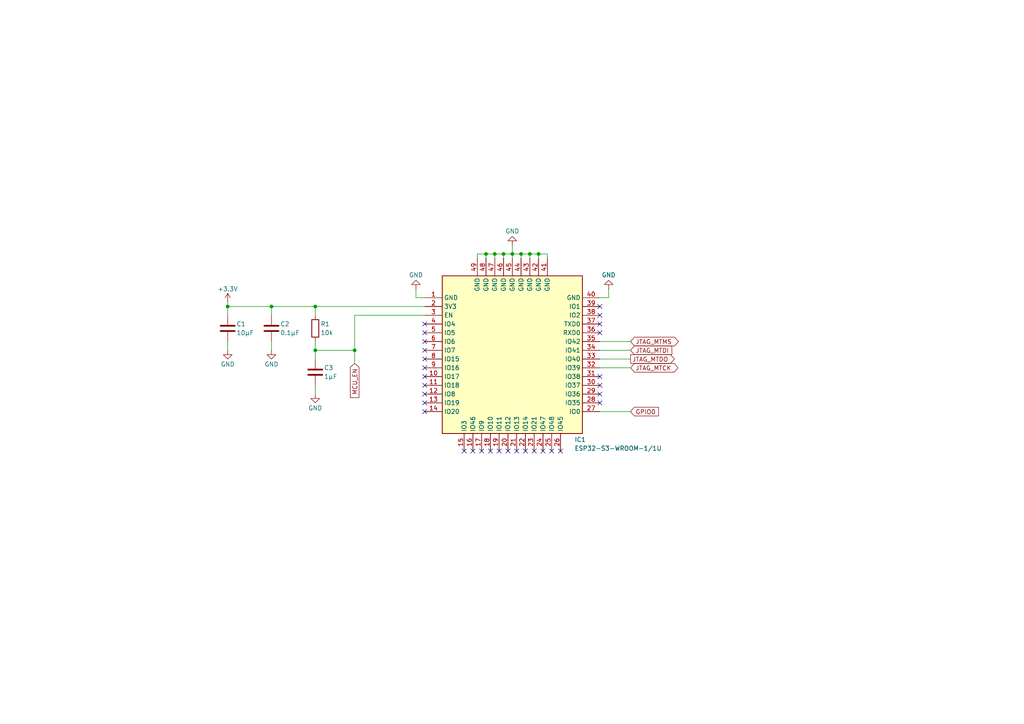
<source format=kicad_sch>
(kicad_sch (version 20231120) (generator "eeschema") (generator_version "8.0")
  (paper "A4")
  (title_block (title "ATL-100 (Multiparametric Station) - SMT Based") (date "2024-09-06") (rev "v0.1.0-alpha") (company "AgroTechLab (Laboratório de Desenvolvimento de Tecnologias para o Agronegócio)") (comment 1 "IFSC/Lages (Instituto Federal de Santa Catarina)") (comment 2 "Confidential (access prohibited without signing a non-disclouser agreement)") (comment 3 "Author: Robson Costa (robson.costa@ifsc.edu.br)"))
  (lib_symbols
    (symbol "AgroTechLab:ESP32-S3-WROOM-1/1U"
      (property "Reference" "IC" (at 41.402 11.684 0))
      (property "Value" "ESP32-S3-WROOM-1/1U" (at 41.402 9.144 0))
      (symbol "ESP32-S3-WROOM-1/1U_1_1"
        (rectangle (start 5.08 6.35) (end 45.72 -39.37) (stroke (width 0.254)) (fill (type background)))
        (pin power_in line (at 0 0 0) (length 5.08) (name "GND") (number "1"))
        (pin bidirectional line (at 0 -22.86 0) (length 5.08) (name "IO17") (number "10"))
        (pin bidirectional line (at 0 -25.4 0) (length 5.08) (name "IO18") (number "11"))
        (pin bidirectional line (at 0 -27.94 0) (length 5.08) (name "IO8") (number "12"))
        (pin bidirectional line (at 0 -30.48 0) (length 5.08) (name "IO19") (number "13"))
        (pin bidirectional line (at 0 -33.02 0) (length 5.08) (name "IO20") (number "14"))
        (pin bidirectional line (at 11.43 -44.45 90) (length 5.08) (name "IO3") (number "15"))
        (pin bidirectional line (at 13.97 -44.45 90) (length 5.08) (name "IO46") (number "16"))
        (pin bidirectional line (at 16.51 -44.45 90) (length 5.08) (name "IO9") (number "17"))
        (pin bidirectional line (at 19.05 -44.45 90) (length 5.08) (name "IO10") (number "18"))
        (pin bidirectional line (at 21.59 -44.45 90) (length 5.08) (name "IO11") (number "19"))
        (pin power_in line (at 0 -2.54 0) (length 5.08) (name "3V3") (number "2"))
        (pin bidirectional line (at 24.13 -44.45 90) (length 5.08) (name "IO12") (number "20"))
        (pin bidirectional line (at 26.67 -44.45 90) (length 5.08) (name "IO13") (number "21"))
        (pin bidirectional line (at 29.21 -44.45 90) (length 5.08) (name "IO14") (number "22"))
        (pin bidirectional line (at 31.75 -44.45 90) (length 5.08) (name "IO21") (number "23"))
        (pin bidirectional line (at 34.29 -44.45 90) (length 5.08) (name "IO47") (number "24"))
        (pin bidirectional line (at 36.83 -44.45 90) (length 5.08) (name "IO48") (number "25"))
        (pin bidirectional line (at 39.37 -44.45 90) (length 5.08) (name "IO45") (number "26"))
        (pin bidirectional line (at 50.8 -33.02 180) (length 5.08) (name "IO0") (number "27"))
        (pin bidirectional line (at 50.8 -30.48 180) (length 5.08) (name "IO35") (number "28"))
        (pin bidirectional line (at 50.8 -27.94 180) (length 5.08) (name "IO36") (number "29"))
        (pin input line (at 0 -5.08 0) (length 5.08) (name "EN") (number "3"))
        (pin bidirectional line (at 50.8 -25.4 180) (length 5.08) (name "IO37") (number "30"))
        (pin bidirectional line (at 50.8 -22.86 180) (length 5.08) (name "IO38") (number "31"))
        (pin bidirectional line (at 50.8 -20.32 180) (length 5.08) (name "IO39") (number "32"))
        (pin bidirectional line (at 50.8 -17.78 180) (length 5.08) (name "IO40") (number "33"))
        (pin bidirectional line (at 50.8 -15.24 180) (length 5.08) (name "IO41") (number "34"))
        (pin bidirectional line (at 50.8 -12.7 180) (length 5.08) (name "IO42") (number "35"))
        (pin bidirectional line (at 50.8 -10.16 180) (length 5.08) (name "RXD0") (number "36"))
        (pin bidirectional line (at 50.8 -7.62 180) (length 5.08) (name "TXD0") (number "37"))
        (pin bidirectional line (at 50.8 -5.08 180) (length 5.08) (name "IO2") (number "38"))
        (pin bidirectional line (at 50.8 -2.54 180) (length 5.08) (name "IO1") (number "39"))
        (pin bidirectional line (at 0 -7.62 0) (length 5.08) (name "IO4") (number "4"))
        (pin power_in line (at 50.8 0 180) (length 5.08) (name "GND") (number "40"))
        (pin power_in line (at 35.56 11.43 270) (length 5.08) (name "GND") (number "41"))
        (pin power_in line (at 33.02 11.43 270) (length 5.08) (name "GND") (number "42"))
        (pin power_in line (at 30.48 11.43 270) (length 5.08) (name "GND") (number "43"))
        (pin power_in line (at 27.94 11.43 270) (length 5.08) (name "GND") (number "44"))
        (pin power_in line (at 25.4 11.43 270) (length 5.08) (name "GND") (number "45"))
        (pin power_in line (at 22.86 11.43 270) (length 5.08) (name "GND") (number "46"))
        (pin power_in line (at 20.32 11.43 270) (length 5.08) (name "GND") (number "47"))
        (pin power_in line (at 17.78 11.43 270) (length 5.08) (name "GND") (number "48"))
        (pin power_in line (at 15.24 11.43 270) (length 5.08) (name "GND") (number "49"))
        (pin bidirectional line (at 0 -10.16 0) (length 5.08) (name "IO5") (number "5"))
        (pin bidirectional line (at 0 -12.7 0) (length 5.08) (name "IO6") (number "6"))
        (pin bidirectional line (at 0 -15.24 0) (length 5.08) (name "IO7") (number "7"))
        (pin bidirectional line (at 0 -17.78 0) (length 5.08) (name "IO15") (number "8"))
        (pin bidirectional line (at 0 -20.32 0) (length 5.08) (name "IO16") (number "9"))
      )
    )
    (symbol "Device:C" (pin_numbers hide) (pin_names (offset 0.254))
      (property "Reference" "C" (at 0.635 2.54 0))
      (property "Value" "C" (at 0.635 -2.54 0))
      (symbol "C_0_1"
        (polyline (pts (xy -2.032 -0.762) (xy 2.032 -0.762)) (stroke (width 0.508)))
        (polyline (pts (xy -2.032 0.762) (xy 2.032 0.762)) (stroke (width 0.508)))
      )
      (symbol "C_1_1"
        (pin passive line (at 0 3.81 270) (length 2.794) (name "~") (number "1"))
        (pin passive line (at 0 -3.81 90) (length 2.794) (name "~") (number "2"))
      )
    )
    (symbol "Device:R" (pin_numbers hide) (pin_names (offset 0))
      (property "Reference" "R" (at 2.032 0 90))
      (property "Value" "R" (at 0 0 90))
      (symbol "R_0_1"
        (rectangle (start -1.016 -2.54) (end 1.016 2.54) (stroke (width 0.254)))
      )
      (symbol "R_1_1"
        (pin passive line (at 0 3.81 270) (length 1.27) (name "~") (number "1"))
        (pin passive line (at 0 -3.81 90) (length 1.27) (name "~") (number "2"))
      )
    )
    (symbol "power:+3.3V" (power) (pin_numbers hide) (pin_names (offset 0) hide)
      (property "Value" "+3.3V" (at 0 3.556 0))
      (symbol "+3.3V_0_1"
        (polyline (pts (xy -0.762 1.27) (xy 0 2.54)))
        (polyline (pts (xy 0 0) (xy 0 2.54)))
        (polyline (pts (xy 0 2.54) (xy 0.762 1.27)))
      )
      (symbol "+3.3V_1_1"
        (pin power_in line (at 0 0 90) (length 0) (name "~") (number "1"))
      )
    )
    (symbol "power:GND" (power) (pin_numbers hide) (pin_names (offset 0) hide)
      (property "Value" "GND" (at 0 -3.81 0))
      (symbol "GND_0_1"
        (polyline (pts (xy 0 0) (xy 0 -1.27) (xy 1.27 -1.27) (xy 0 -2.54) (xy -1.27 -1.27) (xy 0 -1.27)))
      )
      (symbol "GND_1_1"
        (pin power_in line (at 0 0 270) (length 0) (name "~") (number "1"))
      )
    )
  )
  (junction (at 151.13 73.66))
  (junction (at 140.97 73.66))
  (junction (at 91.44 88.9))
  (junction (at 102.87 101.6))
  (junction (at 143.51 73.66))
  (junction (at 148.59 73.66))
  (junction (at 156.21 73.66))
  (junction (at 91.44 101.6))
  (junction (at 146.05 73.66))
  (junction (at 78.74 88.9))
  (junction (at 66.04 88.9))
  (junction (at 153.67 73.66))
  (no_connect (at 173.99 116.84))
  (no_connect (at 123.19 101.6))
  (no_connect (at 160.02 130.81))
  (no_connect (at 123.19 116.84))
  (no_connect (at 123.19 119.38))
  (no_connect (at 147.32 130.81))
  (no_connect (at 173.99 111.76))
  (no_connect (at 123.19 93.98))
  (no_connect (at 123.19 99.06))
  (no_connect (at 123.19 111.76))
  (no_connect (at 152.4 130.81))
  (no_connect (at 123.19 96.52))
  (no_connect (at 173.99 114.3))
  (no_connect (at 123.19 109.22))
  (no_connect (at 144.78 130.81))
  (no_connect (at 162.56 130.81))
  (no_connect (at 173.99 109.22))
  (no_connect (at 173.99 93.98))
  (no_connect (at 173.99 91.44))
  (no_connect (at 173.99 88.9))
  (no_connect (at 123.19 106.68))
  (no_connect (at 123.19 104.14))
  (no_connect (at 139.7 130.81))
  (no_connect (at 134.62 130.81))
  (no_connect (at 137.16 130.81))
  (no_connect (at 173.99 96.52))
  (no_connect (at 149.86 130.81))
  (no_connect (at 154.94 130.81))
  (no_connect (at 142.24 130.81))
  (no_connect (at 157.48 130.81))
  (no_connect (at 123.19 114.3))
  (wire (pts (xy 78.74 88.9) (xy 91.44 88.9)))
  (wire (pts (xy 176.53 86.36) (xy 176.53 83.82)))
  (wire (pts (xy 123.19 86.36) (xy 120.65 86.36)))
  (wire (pts (xy 91.44 99.06) (xy 91.44 101.6)))
  (wire (pts (xy 156.21 73.66) (xy 156.21 74.93)))
  (wire (pts (xy 66.04 87.63) (xy 66.04 88.9)))
  (wire (pts (xy 66.04 88.9) (xy 78.74 88.9)))
  (wire (pts (xy 138.43 73.66) (xy 140.97 73.66)))
  (wire (pts (xy 78.74 99.06) (xy 78.74 101.6)))
  (wire (pts (xy 123.19 91.44) (xy 102.87 91.44)))
  (wire (pts (xy 91.44 101.6) (xy 91.44 104.14)))
  (wire (pts (xy 138.43 74.93) (xy 138.43 73.66)))
  (wire (pts (xy 140.97 73.66) (xy 143.51 73.66)))
  (wire (pts (xy 146.05 73.66) (xy 148.59 73.66)))
  (wire (pts (xy 102.87 101.6) (xy 102.87 105.41)))
  (wire (pts (xy 173.99 106.68) (xy 182.88 106.68)))
  (wire (pts (xy 102.87 101.6) (xy 91.44 101.6)))
  (wire (pts (xy 120.65 86.36) (xy 120.65 83.82)))
  (wire (pts (xy 153.67 73.66) (xy 151.13 73.66)))
  (wire (pts (xy 173.99 119.38) (xy 182.88 119.38)))
  (wire (pts (xy 173.99 86.36) (xy 176.53 86.36)))
  (wire (pts (xy 102.87 91.44) (xy 102.87 101.6)))
  (wire (pts (xy 153.67 73.66) (xy 153.67 74.93)))
  (wire (pts (xy 66.04 99.06) (xy 66.04 101.6)))
  (wire (pts (xy 91.44 111.76) (xy 91.44 114.3)))
  (wire (pts (xy 91.44 88.9) (xy 123.19 88.9)))
  (wire (pts (xy 146.05 73.66) (xy 146.05 74.93)))
  (wire (pts (xy 148.59 71.12) (xy 148.59 73.66)))
  (wire (pts (xy 173.99 104.14) (xy 182.88 104.14)))
  (wire (pts (xy 143.51 73.66) (xy 146.05 73.66)))
  (wire (pts (xy 143.51 73.66) (xy 143.51 74.93)))
  (wire (pts (xy 151.13 73.66) (xy 148.59 73.66)))
  (wire (pts (xy 148.59 73.66) (xy 148.59 74.93)))
  (wire (pts (xy 140.97 73.66) (xy 140.97 74.93)))
  (wire (pts (xy 91.44 88.9) (xy 91.44 91.44)))
  (wire (pts (xy 78.74 88.9) (xy 78.74 91.44)))
  (wire (pts (xy 156.21 73.66) (xy 153.67 73.66)))
  (wire (pts (xy 173.99 101.6) (xy 182.88 101.6)))
  (wire (pts (xy 66.04 88.9) (xy 66.04 91.44)))
  (wire (pts (xy 158.75 73.66) (xy 156.21 73.66)))
  (wire (pts (xy 158.75 74.93) (xy 158.75 73.66)))
  (wire (pts (xy 173.99 99.06) (xy 182.88 99.06)))
  (wire (pts (xy 151.13 73.66) (xy 151.13 74.93)))
  (global_label "JTAG_MTMS" (shape bidirectional) (at 182.88 99.06 0) (property "Intersheetrefs" "${INTERSHEET_REFS}" (effects (hide yes))))
  (global_label "JTAG_MTDI" (shape input) (at 182.88 101.6 0) (property "Intersheetrefs" "${INTERSHEET_REFS}" (effects (hide yes))))
  (global_label "JTAG_MTDO" (shape output) (at 182.88 104.14 0) (property "Intersheetrefs" "${INTERSHEET_REFS}" (effects (hide yes))))
  (global_label "JTAG_MTCK" (shape bidirectional) (at 182.88 106.68 0) (property "Intersheetrefs" "${INTERSHEET_REFS}" (effects (hide yes))))
  (global_label "MCU_EN" (shape input) (at 102.87 105.41 270) (property "Intersheetrefs" "${INTERSHEET_REFS}" (effects (hide yes))))
  (global_label "GPIO0" (shape input) (at 182.88 119.38 0) (property "Intersheetrefs" "${INTERSHEET_REFS}" (effects (hide yes))))
  (symbol (lib_id "Device:C") (at 78.74 95.25 0) (unit 1)
    (property "Reference" "C2" (at 81.28 93.98 0) (effects (justify left)))
    (property "Value" "0.1µF" (at 81.28 96.52 0) (effects (justify left)))
    (property "Footprint" "Capacitor_SMD:C_0402_1005Metric" (effects (hide yes)))
    (property "Description" "MLCC, 0.1µF, 50V, X7R, 10%, 0402" (effects (hide yes)))
    (property "Manufacturer" "TAIYO YUDEN" (effects (hide yes)))
    (property "Part Number" "MLASU105SB7104KFNB25" (effects (hide yes)))
  )
  (symbol (lib_id "AgroTechLab:ESP32-S3-WROOM-1/1U") (at 123.19 86.36 0) (unit 1)
    (property "Reference" "IC1" (at 166.624 127.508 0) (effects (justify left)))
    (property "Value" "ESP32-S3-WROOM-1/1U" (at 166.624 130.048 0) (effects (justify left)))
    (property "Footprint" "AgroTechLab:ESP32S3WROOM1N16R8" (effects (hide yes)))
    (property "Datasheet" "https://www.espressif.com/sites/default/files/documentation/esp32-s3-wroom-1_wroom-1u_datasheet_en.pdf" (effects (hide yes)))
    (property "Description" "Multiprotocol Modules SMD, ESP32-S3-WROOM-1/1U, 3.3V" (effects (hide yes)))
    (property "Manufacturer" "Espressif Systems" (effects (hide yes)))
  )
  (symbol (lib_id "power:+3.3V") (at 66.04 87.63 0) (unit 1)
    (property "Reference" "#PWR04" (effects (hide yes)))
    (property "Value" "+3.3V" (at 66.04 83.82 0))
    (property "Description" "Power symbol creates a global label with name \"+3.3V\"" (effects (hide yes)))
  )
  (symbol (lib_id "power:GND") (at 120.65 83.82 180) (unit 1)
    (property "Reference" "#PWR02" (effects (hide yes)))
    (property "Value" "GND" (at 120.65 79.756 0))
    (property "Description" "Power symbol creates a global label with name \"GND\" , ground" (effects (hide yes)))
  )
  (symbol (lib_id "power:GND") (at 176.53 83.82 180) (unit 1)
    (property "Reference" "#PWR03" (effects (hide yes)))
    (property "Value" "GND" (at 176.53 79.756 0))
    (property "Description" "Power symbol creates a global label with name \"GND\" , ground" (effects (hide yes)))
  )
  (symbol (lib_id "Device:C") (at 91.44 107.95 0) (unit 1)
    (property "Reference" "C3" (at 93.98 106.68 0) (effects (justify left)))
    (property "Value" "1µF" (at 93.98 109.22 0) (effects (justify left)))
    (property "Footprint" "Capacitor_SMD:C_0402_1005Metric" (effects (hide yes)))
    (property "Description" "MLCC, 1µF, 50V, X5R, 10%, 0402" (effects (hide yes)))
    (property "Manufacturer" "Murata Electronics" (effects (hide yes)))
    (property "Part Number" "GRM155R61H105KE05D" (effects (hide yes)))
  )
  (symbol (lib_id "power:GND") (at 66.04 101.6 0) (unit 1)
    (property "Reference" "#PWR05" (effects (hide yes)))
    (property "Value" "GND" (at 66.04 105.664 0))
    (property "Description" "Power symbol creates a global label with name \"GND\" , ground" (effects (hide yes)))
  )
  (symbol (lib_id "Device:R") (at 91.44 95.25 0) (unit 1)
    (property "Reference" "R1" (at 92.964 93.98 0) (effects (justify left)))
    (property "Value" "10k" (at 92.964 96.52 0) (effects (justify left)))
    (property "Footprint" "Resistor_SMD:R_0402_1005Metric" (effects (hide yes)))
    (property "Description" "Resistor" (effects (hide yes)))
  )
  (symbol (lib_id "power:GND") (at 91.44 114.3 0) (unit 1)
    (property "Reference" "#PWR07" (effects (hide yes)))
    (property "Value" "GND" (at 91.44 118.364 0))
    (property "Description" "Power symbol creates a global label with name \"GND\" , ground" (effects (hide yes)))
  )
  (symbol (lib_id "Device:C") (at 66.04 95.25 0) (unit 1)
    (property "Reference" "C1" (at 68.58 93.98 0) (effects (justify left)))
    (property "Value" "10µF" (at 68.58 96.52 0) (effects (justify left)))
    (property "Footprint" "Capacitor_SMD:C_0805_2012Metric" (effects (hide yes)))
    (property "Description" "MLCC, 10µF, 25V, X5R, 10%, 0805" (effects (hide yes)))
    (property "Manufacturer" "Samsung Electro-Mechanics" (effects (hide yes)))
    (property "Part Number" "CL21A106KAYNNNG" (effects (hide yes)))
  )
  (symbol (lib_id "power:GND") (at 78.74 101.6 0) (unit 1)
    (property "Reference" "#PWR06" (effects (hide yes)))
    (property "Value" "GND" (at 78.74 105.664 0))
    (property "Description" "Power symbol creates a global label with name \"GND\" , ground" (effects (hide yes)))
  )
  (symbol (lib_id "power:GND") (at 148.59 71.12 180) (unit 1)
    (property "Reference" "#PWR01" (effects (hide yes)))
    (property "Value" "GND" (at 148.59 67.056 0))
    (property "Description" "Power symbol creates a global label with name \"GND\" , ground" (effects (hide yes)))
  )
)
</source>
